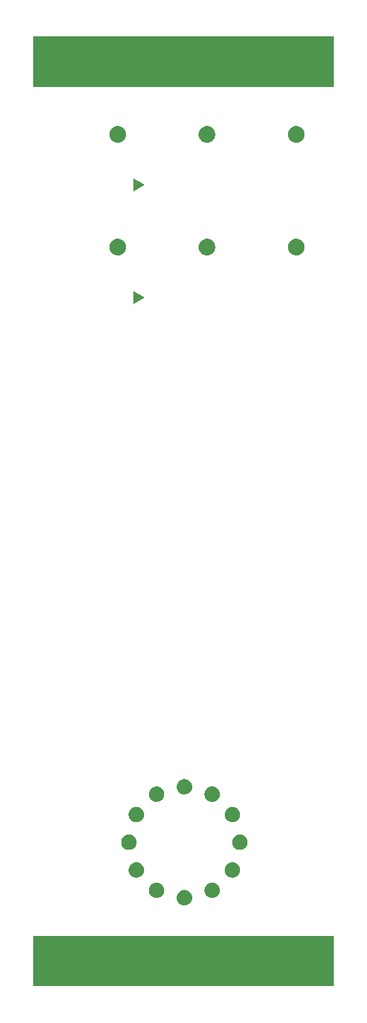
<source format=gbs>
G04 Layer: BottomSolderMaskLayer*
G04 EasyEDA v6.5.29, 2023-07-18 11:26:45*
G04 f5dd1875718348fc98e1e87d03b919b8,5a6b42c53f6a479593ecc07194224c93,10*
G04 Gerber Generator version 0.2*
G04 Scale: 100 percent, Rotated: No, Reflected: No *
G04 Dimensions in millimeters *
G04 leading zeros omitted , absolute positions ,4 integer and 5 decimal *
%FSLAX45Y45*%
%MOMM*%

%ADD10O,6.6032126X3.4031936000000003*%

%LPD*%
G36*
X1140561Y10107574D02*
G01*
X1130909Y10106964D01*
X1121308Y10105491D01*
X1111859Y10103205D01*
X1102664Y10100157D01*
X1093774Y10096296D01*
X1085240Y10091674D01*
X1077163Y10086340D01*
X1073251Y10083444D01*
X1065936Y10077094D01*
X1062431Y10073741D01*
X1055979Y10066528D01*
X1050137Y10058755D01*
X1045006Y10050526D01*
X1042669Y10046258D01*
X1038656Y10037470D01*
X1035354Y10028326D01*
X1032916Y10018979D01*
X1031240Y10009428D01*
X1030427Y9999726D01*
X1030427Y9990074D01*
X1031240Y9980371D01*
X1032916Y9970820D01*
X1035354Y9961473D01*
X1038656Y9952329D01*
X1042669Y9943541D01*
X1047496Y9935108D01*
X1052982Y9927082D01*
X1059129Y9919614D01*
X1065936Y9912654D01*
X1073251Y9906355D01*
X1081125Y9900666D01*
X1089456Y9895738D01*
X1098194Y9891471D01*
X1107236Y9888016D01*
X1116584Y9885324D01*
X1126083Y9883495D01*
X1135735Y9882428D01*
X1145438Y9882225D01*
X1155090Y9882835D01*
X1164691Y9884308D01*
X1174140Y9886594D01*
X1183335Y9889642D01*
X1192225Y9893503D01*
X1200759Y9898126D01*
X1204874Y9900666D01*
X1212748Y9906355D01*
X1220063Y9912654D01*
X1226870Y9919614D01*
X1233017Y9927082D01*
X1238504Y9935108D01*
X1243330Y9943541D01*
X1247343Y9952329D01*
X1250645Y9961473D01*
X1253083Y9970820D01*
X1254760Y9980371D01*
X1255572Y9990074D01*
X1255572Y9999726D01*
X1254760Y10009428D01*
X1253083Y10018979D01*
X1250645Y10028326D01*
X1247343Y10037470D01*
X1243330Y10046258D01*
X1238504Y10054691D01*
X1233017Y10062718D01*
X1226870Y10070185D01*
X1223568Y10073741D01*
X1216456Y10080345D01*
X1212748Y10083444D01*
X1204874Y10089083D01*
X1196543Y10094061D01*
X1187805Y10098328D01*
X1178763Y10101783D01*
X1169416Y10104475D01*
X1159916Y10106304D01*
X1150264Y10107371D01*
G37*
G36*
X2347061Y10107574D02*
G01*
X2337409Y10106964D01*
X2327808Y10105491D01*
X2318359Y10103205D01*
X2309164Y10100157D01*
X2300274Y10096296D01*
X2291740Y10091674D01*
X2283663Y10086340D01*
X2279751Y10083444D01*
X2272436Y10077094D01*
X2268931Y10073741D01*
X2262479Y10066528D01*
X2256637Y10058755D01*
X2251506Y10050526D01*
X2249170Y10046258D01*
X2245156Y10037470D01*
X2241854Y10028326D01*
X2239416Y10018979D01*
X2237740Y10009428D01*
X2236927Y9999726D01*
X2236927Y9990074D01*
X2237740Y9980371D01*
X2239416Y9970820D01*
X2241854Y9961473D01*
X2245156Y9952329D01*
X2249170Y9943541D01*
X2253996Y9935108D01*
X2259482Y9927082D01*
X2265629Y9919614D01*
X2272436Y9912654D01*
X2279751Y9906355D01*
X2287625Y9900666D01*
X2295956Y9895738D01*
X2304694Y9891471D01*
X2313736Y9888016D01*
X2323084Y9885324D01*
X2332583Y9883495D01*
X2342235Y9882428D01*
X2351938Y9882225D01*
X2361590Y9882835D01*
X2371191Y9884308D01*
X2380640Y9886594D01*
X2389835Y9889642D01*
X2398725Y9893503D01*
X2407259Y9898126D01*
X2411374Y9900666D01*
X2419248Y9906355D01*
X2426563Y9912654D01*
X2433370Y9919614D01*
X2439517Y9927082D01*
X2445004Y9935108D01*
X2449830Y9943541D01*
X2453843Y9952329D01*
X2457145Y9961473D01*
X2459583Y9970820D01*
X2461260Y9980371D01*
X2462072Y9990074D01*
X2462072Y9999726D01*
X2461260Y10009428D01*
X2459583Y10018979D01*
X2457145Y10028326D01*
X2453843Y10037470D01*
X2449830Y10046258D01*
X2445004Y10054691D01*
X2439517Y10062718D01*
X2433370Y10070185D01*
X2430068Y10073741D01*
X2422956Y10080345D01*
X2419248Y10083444D01*
X2411374Y10089083D01*
X2403043Y10094061D01*
X2394305Y10098328D01*
X2385263Y10101783D01*
X2375916Y10104475D01*
X2366416Y10106304D01*
X2356764Y10107371D01*
G37*
G36*
X3553561Y10107574D02*
G01*
X3543909Y10106964D01*
X3534308Y10105491D01*
X3524859Y10103205D01*
X3515664Y10100157D01*
X3506774Y10096296D01*
X3498240Y10091674D01*
X3490163Y10086340D01*
X3486251Y10083444D01*
X3478936Y10077094D01*
X3475431Y10073741D01*
X3468979Y10066528D01*
X3463137Y10058755D01*
X3458006Y10050526D01*
X3455670Y10046258D01*
X3451656Y10037470D01*
X3448354Y10028326D01*
X3445916Y10018979D01*
X3444240Y10009428D01*
X3443427Y9999726D01*
X3443427Y9990074D01*
X3444240Y9980371D01*
X3445916Y9970820D01*
X3448354Y9961473D01*
X3451656Y9952329D01*
X3455670Y9943541D01*
X3460496Y9935108D01*
X3465982Y9927082D01*
X3472129Y9919614D01*
X3478936Y9912654D01*
X3486251Y9906355D01*
X3494125Y9900666D01*
X3502456Y9895738D01*
X3511194Y9891471D01*
X3520236Y9888016D01*
X3529584Y9885324D01*
X3539083Y9883495D01*
X3548735Y9882428D01*
X3558438Y9882225D01*
X3568090Y9882835D01*
X3577691Y9884308D01*
X3587140Y9886594D01*
X3596335Y9889642D01*
X3605225Y9893503D01*
X3613759Y9898126D01*
X3617874Y9900666D01*
X3625748Y9906355D01*
X3633063Y9912654D01*
X3639870Y9919614D01*
X3646017Y9927082D01*
X3651504Y9935108D01*
X3656329Y9943541D01*
X3660343Y9952329D01*
X3663645Y9961473D01*
X3666083Y9970820D01*
X3667760Y9980371D01*
X3668572Y9990074D01*
X3668572Y9999726D01*
X3667760Y10009428D01*
X3666083Y10018979D01*
X3663645Y10028326D01*
X3660343Y10037470D01*
X3656329Y10046258D01*
X3651504Y10054691D01*
X3646017Y10062718D01*
X3639870Y10070185D01*
X3636568Y10073741D01*
X3629456Y10080345D01*
X3625748Y10083444D01*
X3617874Y10089083D01*
X3609543Y10094061D01*
X3600805Y10098328D01*
X3591763Y10101783D01*
X3582415Y10104475D01*
X3572916Y10106304D01*
X3563264Y10107371D01*
G37*
G36*
X1140561Y11631574D02*
G01*
X1130909Y11630964D01*
X1121308Y11629491D01*
X1111859Y11627205D01*
X1102664Y11624157D01*
X1093774Y11620296D01*
X1085240Y11615674D01*
X1077163Y11610340D01*
X1073251Y11607444D01*
X1065936Y11601094D01*
X1062431Y11597741D01*
X1055979Y11590528D01*
X1050137Y11582755D01*
X1045006Y11574526D01*
X1042669Y11570258D01*
X1038656Y11561470D01*
X1035354Y11552326D01*
X1032916Y11542979D01*
X1031240Y11533428D01*
X1030427Y11523726D01*
X1030427Y11514074D01*
X1031240Y11504371D01*
X1032916Y11494820D01*
X1035354Y11485473D01*
X1038656Y11476329D01*
X1042669Y11467541D01*
X1047496Y11459108D01*
X1052982Y11451082D01*
X1059129Y11443614D01*
X1065936Y11436654D01*
X1073251Y11430355D01*
X1081125Y11424666D01*
X1089456Y11419738D01*
X1098194Y11415471D01*
X1107236Y11412016D01*
X1116584Y11409324D01*
X1126083Y11407495D01*
X1135735Y11406428D01*
X1145438Y11406225D01*
X1155090Y11406835D01*
X1164691Y11408308D01*
X1174140Y11410594D01*
X1183335Y11413642D01*
X1192225Y11417503D01*
X1200759Y11422126D01*
X1204874Y11424666D01*
X1212748Y11430355D01*
X1220063Y11436654D01*
X1226870Y11443614D01*
X1233017Y11451082D01*
X1238504Y11459108D01*
X1243330Y11467541D01*
X1247343Y11476329D01*
X1250645Y11485473D01*
X1253083Y11494820D01*
X1254760Y11504371D01*
X1255572Y11514074D01*
X1255572Y11523726D01*
X1254760Y11533428D01*
X1253083Y11542979D01*
X1250645Y11552326D01*
X1247343Y11561470D01*
X1243330Y11570258D01*
X1238504Y11578691D01*
X1233017Y11586718D01*
X1226870Y11594185D01*
X1223568Y11597741D01*
X1216456Y11604345D01*
X1212748Y11607444D01*
X1204874Y11613083D01*
X1196543Y11618061D01*
X1187805Y11622328D01*
X1178763Y11625783D01*
X1169416Y11628475D01*
X1159916Y11630304D01*
X1150264Y11631371D01*
G37*
G36*
X2347061Y11631574D02*
G01*
X2337409Y11630964D01*
X2327808Y11629491D01*
X2318359Y11627205D01*
X2309164Y11624157D01*
X2300274Y11620296D01*
X2291740Y11615674D01*
X2283663Y11610340D01*
X2279751Y11607444D01*
X2272436Y11601094D01*
X2268931Y11597741D01*
X2262479Y11590528D01*
X2256637Y11582755D01*
X2251506Y11574526D01*
X2249170Y11570258D01*
X2245156Y11561470D01*
X2241854Y11552326D01*
X2239416Y11542979D01*
X2237740Y11533428D01*
X2236927Y11523726D01*
X2236927Y11514074D01*
X2237740Y11504371D01*
X2239416Y11494820D01*
X2241854Y11485473D01*
X2245156Y11476329D01*
X2249170Y11467541D01*
X2253996Y11459108D01*
X2259482Y11451082D01*
X2265629Y11443614D01*
X2272436Y11436654D01*
X2279751Y11430355D01*
X2287625Y11424666D01*
X2295956Y11419738D01*
X2304694Y11415471D01*
X2313736Y11412016D01*
X2323084Y11409324D01*
X2332583Y11407495D01*
X2342235Y11406428D01*
X2351938Y11406225D01*
X2361590Y11406835D01*
X2371191Y11408308D01*
X2380640Y11410594D01*
X2389835Y11413642D01*
X2398725Y11417503D01*
X2407259Y11422126D01*
X2411374Y11424666D01*
X2419248Y11430355D01*
X2426563Y11436654D01*
X2433370Y11443614D01*
X2439517Y11451082D01*
X2445004Y11459108D01*
X2449830Y11467541D01*
X2453843Y11476329D01*
X2457145Y11485473D01*
X2459583Y11494820D01*
X2461260Y11504371D01*
X2462072Y11514074D01*
X2462072Y11523726D01*
X2461260Y11533428D01*
X2459583Y11542979D01*
X2457145Y11552326D01*
X2453843Y11561470D01*
X2449830Y11570258D01*
X2445004Y11578691D01*
X2439517Y11586718D01*
X2433370Y11594185D01*
X2430068Y11597741D01*
X2422956Y11604345D01*
X2419248Y11607444D01*
X2411374Y11613083D01*
X2403043Y11618061D01*
X2394305Y11622328D01*
X2385263Y11625783D01*
X2375916Y11628475D01*
X2366416Y11630304D01*
X2356764Y11631371D01*
G37*
G36*
X3553561Y11631574D02*
G01*
X3543909Y11630964D01*
X3534308Y11629491D01*
X3524859Y11627205D01*
X3515664Y11624157D01*
X3506774Y11620296D01*
X3498240Y11615674D01*
X3490163Y11610340D01*
X3486251Y11607444D01*
X3478936Y11601094D01*
X3475431Y11597741D01*
X3468979Y11590528D01*
X3463137Y11582755D01*
X3458006Y11574526D01*
X3455670Y11570258D01*
X3451656Y11561470D01*
X3448354Y11552326D01*
X3445916Y11542979D01*
X3444240Y11533428D01*
X3443427Y11523726D01*
X3443427Y11514074D01*
X3444240Y11504371D01*
X3445916Y11494820D01*
X3448354Y11485473D01*
X3451656Y11476329D01*
X3455670Y11467541D01*
X3460496Y11459108D01*
X3465982Y11451082D01*
X3472129Y11443614D01*
X3478936Y11436654D01*
X3486251Y11430355D01*
X3494125Y11424666D01*
X3502456Y11419738D01*
X3511194Y11415471D01*
X3520236Y11412016D01*
X3529584Y11409324D01*
X3539083Y11407495D01*
X3548735Y11406428D01*
X3558438Y11406225D01*
X3568090Y11406835D01*
X3577691Y11408308D01*
X3587140Y11410594D01*
X3596335Y11413642D01*
X3605225Y11417503D01*
X3613759Y11422126D01*
X3617874Y11424666D01*
X3625748Y11430355D01*
X3633063Y11436654D01*
X3639870Y11443614D01*
X3646017Y11451082D01*
X3651504Y11459108D01*
X3656329Y11467541D01*
X3660343Y11476329D01*
X3663645Y11485473D01*
X3666083Y11494820D01*
X3667760Y11504371D01*
X3668572Y11514074D01*
X3668572Y11523726D01*
X3667760Y11533428D01*
X3666083Y11542979D01*
X3663645Y11552326D01*
X3660343Y11561470D01*
X3656329Y11570258D01*
X3651504Y11578691D01*
X3646017Y11586718D01*
X3639870Y11594185D01*
X3636568Y11597741D01*
X3629456Y11604345D01*
X3625748Y11607444D01*
X3617874Y11613083D01*
X3609543Y11618061D01*
X3600805Y11622328D01*
X3591763Y11625783D01*
X3582415Y11628475D01*
X3572916Y11630304D01*
X3563264Y11631371D01*
G37*
G36*
X1358900Y9398000D02*
G01*
X1358900Y9220200D01*
X1511300Y9309100D01*
G37*
G36*
X1358900Y10922000D02*
G01*
X1358900Y10744200D01*
X1511300Y10833100D01*
G37*
G36*
X2691384Y1675384D02*
G01*
X2682189Y1674774D01*
X2673096Y1673352D01*
X2664104Y1671116D01*
X2659735Y1669745D01*
X2651150Y1666341D01*
X2642920Y1662226D01*
X2635046Y1657350D01*
X2627680Y1651812D01*
X2620772Y1645666D01*
X2614472Y1638960D01*
X2608783Y1631696D01*
X2603804Y1623923D01*
X2601518Y1619910D01*
X2597607Y1611579D01*
X2594406Y1602943D01*
X2591968Y1594002D01*
X2590342Y1584960D01*
X2589530Y1575765D01*
X2589530Y1566519D01*
X2590342Y1557324D01*
X2591968Y1548231D01*
X2594406Y1539341D01*
X2595880Y1534972D01*
X2599486Y1526489D01*
X2603804Y1518310D01*
X2608783Y1510588D01*
X2614472Y1503324D01*
X2620772Y1496568D01*
X2627680Y1490421D01*
X2635046Y1484934D01*
X2642920Y1480058D01*
X2651150Y1475943D01*
X2659735Y1472539D01*
X2664104Y1471117D01*
X2673096Y1468932D01*
X2682189Y1467510D01*
X2691384Y1466900D01*
X2700629Y1467104D01*
X2709773Y1468120D01*
X2718816Y1469948D01*
X2723286Y1471117D01*
X2732024Y1474165D01*
X2740406Y1477924D01*
X2748483Y1482394D01*
X2756103Y1487576D01*
X2763266Y1493418D01*
X2769870Y1499870D01*
X2775864Y1506880D01*
X2781198Y1514398D01*
X2785872Y1522374D01*
X2789834Y1530705D01*
X2793034Y1539341D01*
X2794355Y1543761D01*
X2796336Y1552752D01*
X2797556Y1561896D01*
X2798013Y1571142D01*
X2797556Y1580337D01*
X2796336Y1589481D01*
X2794355Y1598472D01*
X2791510Y1607261D01*
X2787954Y1615795D01*
X2783636Y1623923D01*
X2778607Y1631696D01*
X2772918Y1638960D01*
X2766618Y1645666D01*
X2759760Y1651812D01*
X2752344Y1657350D01*
X2744520Y1662226D01*
X2736240Y1666341D01*
X2727706Y1669745D01*
X2718816Y1672336D01*
X2709773Y1674164D01*
X2700629Y1675180D01*
G37*
G36*
X2416860Y1400860D02*
G01*
X2407666Y1400251D01*
X2398572Y1398828D01*
X2389581Y1396593D01*
X2385212Y1395222D01*
X2376627Y1391818D01*
X2368397Y1387703D01*
X2360523Y1382826D01*
X2353157Y1377340D01*
X2346248Y1371142D01*
X2339949Y1364437D01*
X2334260Y1357172D01*
X2329281Y1349400D01*
X2326995Y1345387D01*
X2323084Y1337056D01*
X2321356Y1332788D01*
X2318562Y1324000D01*
X2316530Y1314958D01*
X2315311Y1305814D01*
X2314905Y1296619D01*
X2315311Y1287424D01*
X2316530Y1278280D01*
X2318562Y1269238D01*
X2321356Y1260449D01*
X2324963Y1251966D01*
X2329281Y1243787D01*
X2334260Y1236065D01*
X2339949Y1228801D01*
X2346248Y1222044D01*
X2353157Y1215898D01*
X2360523Y1210411D01*
X2368397Y1205534D01*
X2376627Y1201420D01*
X2385212Y1198016D01*
X2389581Y1196594D01*
X2398572Y1194409D01*
X2407666Y1192987D01*
X2416860Y1192377D01*
X2426106Y1192580D01*
X2435250Y1193596D01*
X2444292Y1195425D01*
X2448763Y1196594D01*
X2457500Y1199642D01*
X2465933Y1203401D01*
X2473960Y1207871D01*
X2481580Y1213053D01*
X2488742Y1218895D01*
X2495346Y1225346D01*
X2501341Y1232357D01*
X2506675Y1239875D01*
X2511348Y1247851D01*
X2515311Y1256182D01*
X2518511Y1264818D01*
X2520950Y1273708D01*
X2522575Y1282801D01*
X2523388Y1291996D01*
X2523388Y1301242D01*
X2522575Y1310436D01*
X2520950Y1319479D01*
X2518511Y1328420D01*
X2515311Y1337056D01*
X2511348Y1345387D01*
X2506675Y1353362D01*
X2501341Y1360881D01*
X2495346Y1367891D01*
X2488742Y1374343D01*
X2481580Y1380185D01*
X2473960Y1385366D01*
X2465933Y1389837D01*
X2457500Y1393596D01*
X2453182Y1395222D01*
X2444292Y1397812D01*
X2435250Y1399641D01*
X2426106Y1400657D01*
G37*
G36*
X2041855Y1300378D02*
G01*
X2032660Y1299768D01*
X2023567Y1298346D01*
X2014626Y1296111D01*
X2010206Y1294739D01*
X2001621Y1291336D01*
X1993392Y1287221D01*
X1985518Y1282344D01*
X1978152Y1276858D01*
X1971243Y1270660D01*
X1964943Y1263954D01*
X1959305Y1256690D01*
X1956663Y1252880D01*
X1951989Y1244904D01*
X1948078Y1236573D01*
X1946351Y1232306D01*
X1943557Y1223518D01*
X1941525Y1214475D01*
X1940306Y1205331D01*
X1939899Y1196136D01*
X1940306Y1186942D01*
X1941525Y1177798D01*
X1943557Y1168755D01*
X1946351Y1159967D01*
X1949957Y1151483D01*
X1954275Y1143304D01*
X1956663Y1139393D01*
X1962048Y1131874D01*
X1968042Y1124864D01*
X1974646Y1118412D01*
X1981758Y1112570D01*
X1989429Y1107389D01*
X1997456Y1102918D01*
X2005888Y1099159D01*
X2014626Y1096111D01*
X2023567Y1093927D01*
X2032660Y1092504D01*
X2041855Y1091895D01*
X2051100Y1092098D01*
X2060295Y1093114D01*
X2069338Y1094943D01*
X2078177Y1097534D01*
X2086762Y1100937D01*
X2094992Y1105052D01*
X2102815Y1109929D01*
X2110232Y1115415D01*
X2117090Y1121562D01*
X2123389Y1128318D01*
X2129078Y1135583D01*
X2134108Y1143304D01*
X2138426Y1151483D01*
X2141982Y1159967D01*
X2144826Y1168755D01*
X2146858Y1177798D01*
X2148078Y1186942D01*
X2148484Y1196136D01*
X2148078Y1205331D01*
X2146858Y1214475D01*
X2144826Y1223518D01*
X2141982Y1232306D01*
X2138426Y1240790D01*
X2134108Y1248918D01*
X2129078Y1256690D01*
X2123389Y1263954D01*
X2120341Y1267409D01*
X2113737Y1273860D01*
X2106574Y1279702D01*
X2098954Y1284884D01*
X2090928Y1289354D01*
X2082495Y1293114D01*
X2078177Y1294739D01*
X2069338Y1297330D01*
X2060295Y1299159D01*
X2051100Y1300175D01*
G37*
G36*
X1666900Y1400860D02*
G01*
X1657654Y1400251D01*
X1648561Y1398828D01*
X1639620Y1396593D01*
X1635201Y1395222D01*
X1626616Y1391818D01*
X1618386Y1387703D01*
X1610512Y1382826D01*
X1603146Y1377340D01*
X1596288Y1371142D01*
X1593037Y1367891D01*
X1587042Y1360881D01*
X1581708Y1353362D01*
X1577035Y1345387D01*
X1573072Y1337056D01*
X1569872Y1328420D01*
X1567434Y1319479D01*
X1565808Y1310436D01*
X1564995Y1301242D01*
X1564995Y1291996D01*
X1565808Y1282801D01*
X1567434Y1273708D01*
X1569872Y1264818D01*
X1573072Y1256182D01*
X1577035Y1247851D01*
X1581708Y1239875D01*
X1587042Y1232357D01*
X1593037Y1225346D01*
X1599641Y1218895D01*
X1606804Y1213053D01*
X1614424Y1207871D01*
X1622450Y1203401D01*
X1630883Y1199642D01*
X1639620Y1196594D01*
X1648561Y1194409D01*
X1657654Y1192987D01*
X1666900Y1192377D01*
X1676095Y1192580D01*
X1685289Y1193596D01*
X1694332Y1195425D01*
X1703171Y1198016D01*
X1711756Y1201420D01*
X1719986Y1205534D01*
X1727860Y1210411D01*
X1735226Y1215898D01*
X1742084Y1222044D01*
X1748434Y1228801D01*
X1754073Y1236065D01*
X1759102Y1243787D01*
X1763420Y1251966D01*
X1767027Y1260449D01*
X1769821Y1269238D01*
X1771853Y1278280D01*
X1773072Y1287424D01*
X1773478Y1296619D01*
X1773072Y1305814D01*
X1771853Y1314958D01*
X1769821Y1324000D01*
X1767027Y1332788D01*
X1763420Y1341272D01*
X1759102Y1349400D01*
X1754073Y1357172D01*
X1748434Y1364437D01*
X1742084Y1371142D01*
X1735226Y1377340D01*
X1727860Y1382826D01*
X1719986Y1387703D01*
X1711756Y1391818D01*
X1703171Y1395222D01*
X1694332Y1397812D01*
X1685289Y1399641D01*
X1676095Y1400657D01*
G37*
G36*
X1392377Y1675384D02*
G01*
X1383131Y1674774D01*
X1374038Y1673352D01*
X1365097Y1671116D01*
X1360678Y1669745D01*
X1352092Y1666341D01*
X1343863Y1662226D01*
X1336040Y1657350D01*
X1328623Y1651812D01*
X1321765Y1645666D01*
X1315466Y1638960D01*
X1309776Y1631696D01*
X1304747Y1623923D01*
X1300429Y1615795D01*
X1296873Y1607261D01*
X1294028Y1598472D01*
X1291996Y1589481D01*
X1290777Y1580337D01*
X1290370Y1571142D01*
X1290777Y1561896D01*
X1291996Y1552752D01*
X1294028Y1543761D01*
X1296873Y1534972D01*
X1300429Y1526489D01*
X1304747Y1518310D01*
X1309776Y1510588D01*
X1315466Y1503324D01*
X1321765Y1496568D01*
X1328623Y1490421D01*
X1336040Y1484934D01*
X1343863Y1480058D01*
X1352092Y1475943D01*
X1360678Y1472539D01*
X1369517Y1469948D01*
X1378559Y1468120D01*
X1387754Y1467104D01*
X1397000Y1466900D01*
X1406194Y1467510D01*
X1415288Y1468932D01*
X1424228Y1471117D01*
X1432966Y1474165D01*
X1441399Y1477924D01*
X1449425Y1482394D01*
X1457096Y1487576D01*
X1464208Y1493418D01*
X1470812Y1499870D01*
X1476806Y1506880D01*
X1482191Y1514398D01*
X1486865Y1522374D01*
X1490776Y1530705D01*
X1492504Y1534972D01*
X1495298Y1543761D01*
X1497330Y1552752D01*
X1498549Y1561896D01*
X1498955Y1571142D01*
X1498549Y1580337D01*
X1497330Y1589481D01*
X1495298Y1598472D01*
X1492504Y1607261D01*
X1488897Y1615795D01*
X1486865Y1619910D01*
X1482191Y1627886D01*
X1476806Y1635353D01*
X1473911Y1638960D01*
X1467612Y1645666D01*
X1460703Y1651812D01*
X1453337Y1657350D01*
X1445463Y1662226D01*
X1437233Y1666341D01*
X1428648Y1669745D01*
X1419809Y1672336D01*
X1410766Y1674164D01*
X1401572Y1675180D01*
G37*
G36*
X1291894Y2050389D02*
G01*
X1282700Y2049780D01*
X1273556Y2048357D01*
X1264615Y2046122D01*
X1255877Y2043125D01*
X1247444Y2039366D01*
X1239418Y2034844D01*
X1231798Y2029663D01*
X1224635Y2023821D01*
X1218031Y2017369D01*
X1212037Y2010359D01*
X1206703Y2002840D01*
X1202029Y1994916D01*
X1198067Y1986584D01*
X1194866Y1977898D01*
X1192428Y1969007D01*
X1190802Y1959914D01*
X1189990Y1950770D01*
X1189990Y1941525D01*
X1190802Y1932330D01*
X1192428Y1923237D01*
X1194866Y1914347D01*
X1198067Y1905711D01*
X1202029Y1897380D01*
X1206703Y1889404D01*
X1212037Y1881886D01*
X1218031Y1874875D01*
X1224635Y1868424D01*
X1231798Y1862582D01*
X1239418Y1857400D01*
X1247444Y1852879D01*
X1255877Y1849120D01*
X1264615Y1846122D01*
X1273556Y1843887D01*
X1282700Y1842465D01*
X1291894Y1841855D01*
X1301089Y1842058D01*
X1310284Y1843074D01*
X1319326Y1844903D01*
X1328166Y1847545D01*
X1332484Y1849120D01*
X1340916Y1852879D01*
X1348994Y1857400D01*
X1356614Y1862582D01*
X1363726Y1868424D01*
X1370330Y1874875D01*
X1376324Y1881886D01*
X1381709Y1889404D01*
X1386382Y1897380D01*
X1390294Y1905711D01*
X1392021Y1909978D01*
X1394815Y1918766D01*
X1396847Y1927758D01*
X1398066Y1936902D01*
X1398473Y1946148D01*
X1398066Y1955342D01*
X1396847Y1964486D01*
X1394815Y1973478D01*
X1392021Y1982266D01*
X1388414Y1990801D01*
X1386382Y1994916D01*
X1381709Y2002840D01*
X1379118Y2006701D01*
X1373428Y2013966D01*
X1367129Y2020671D01*
X1360220Y2026818D01*
X1352854Y2032355D01*
X1344980Y2037181D01*
X1336751Y2041347D01*
X1328166Y2044700D01*
X1319326Y2047341D01*
X1310284Y2049170D01*
X1301089Y2050186D01*
G37*
G36*
X1392377Y2425395D02*
G01*
X1383131Y2424785D01*
X1374038Y2423363D01*
X1365097Y2421128D01*
X1356360Y2418130D01*
X1347927Y2414371D01*
X1339900Y2409850D01*
X1332280Y2404668D01*
X1325118Y2398826D01*
X1318514Y2392375D01*
X1312519Y2385364D01*
X1307185Y2377846D01*
X1302512Y2369921D01*
X1298549Y2361590D01*
X1295349Y2352903D01*
X1292910Y2344013D01*
X1291285Y2334920D01*
X1290472Y2325725D01*
X1290472Y2316530D01*
X1291285Y2307336D01*
X1292910Y2298242D01*
X1295349Y2289352D01*
X1298549Y2280716D01*
X1302512Y2272334D01*
X1307185Y2264410D01*
X1312519Y2256891D01*
X1318514Y2249881D01*
X1325118Y2243429D01*
X1332280Y2237587D01*
X1339900Y2232406D01*
X1347927Y2227884D01*
X1356360Y2224125D01*
X1365097Y2221128D01*
X1374038Y2218893D01*
X1383131Y2217470D01*
X1392377Y2216861D01*
X1401572Y2217064D01*
X1410766Y2218080D01*
X1419809Y2219909D01*
X1428648Y2222550D01*
X1432966Y2224125D01*
X1441399Y2227884D01*
X1449425Y2232406D01*
X1457096Y2237587D01*
X1464208Y2243429D01*
X1470812Y2249881D01*
X1476806Y2256891D01*
X1482191Y2264410D01*
X1486865Y2272334D01*
X1490776Y2280716D01*
X1492504Y2284984D01*
X1495298Y2293772D01*
X1497330Y2302764D01*
X1498549Y2311908D01*
X1498955Y2321153D01*
X1498549Y2330348D01*
X1497330Y2339492D01*
X1495298Y2348484D01*
X1492504Y2357272D01*
X1488897Y2365806D01*
X1486865Y2369921D01*
X1482191Y2377846D01*
X1476806Y2385364D01*
X1473911Y2388971D01*
X1467612Y2395677D01*
X1460703Y2401824D01*
X1453337Y2407361D01*
X1445463Y2412187D01*
X1437233Y2416352D01*
X1428648Y2419705D01*
X1419809Y2422347D01*
X1410766Y2424176D01*
X1401572Y2425192D01*
G37*
G36*
X1666900Y2699918D02*
G01*
X1657654Y2699308D01*
X1648561Y2697886D01*
X1639620Y2695651D01*
X1630883Y2692654D01*
X1622450Y2688894D01*
X1614424Y2684373D01*
X1610512Y2681884D01*
X1603146Y2676347D01*
X1596288Y2670200D01*
X1589989Y2663444D01*
X1584299Y2656179D01*
X1579270Y2648458D01*
X1574952Y2640279D01*
X1571396Y2631795D01*
X1568551Y2623007D01*
X1566519Y2614015D01*
X1565300Y2604871D01*
X1564894Y2595626D01*
X1564995Y2591054D01*
X1565808Y2581859D01*
X1567434Y2572766D01*
X1569872Y2563876D01*
X1573072Y2555189D01*
X1577035Y2546858D01*
X1581708Y2538933D01*
X1587042Y2531414D01*
X1593037Y2524404D01*
X1599641Y2517952D01*
X1606804Y2512110D01*
X1610512Y2509418D01*
X1618386Y2504592D01*
X1626616Y2500426D01*
X1635201Y2497074D01*
X1644040Y2494432D01*
X1653082Y2492603D01*
X1662277Y2491587D01*
X1671472Y2491384D01*
X1680718Y2491994D01*
X1689811Y2493416D01*
X1698752Y2495651D01*
X1707489Y2498648D01*
X1715922Y2502408D01*
X1723948Y2506929D01*
X1731619Y2512110D01*
X1738731Y2517952D01*
X1745335Y2524404D01*
X1751330Y2531414D01*
X1756664Y2538933D01*
X1761337Y2546858D01*
X1765300Y2555189D01*
X1767027Y2559507D01*
X1769821Y2568295D01*
X1771853Y2577287D01*
X1773072Y2586431D01*
X1773478Y2595676D01*
X1773377Y2600248D01*
X1772564Y2609443D01*
X1770938Y2618536D01*
X1768500Y2627426D01*
X1767027Y2631795D01*
X1763420Y2640279D01*
X1759102Y2648458D01*
X1754073Y2656179D01*
X1748434Y2663444D01*
X1742084Y2670200D01*
X1735226Y2676347D01*
X1727860Y2681884D01*
X1719986Y2686710D01*
X1711756Y2690876D01*
X1703171Y2694228D01*
X1694332Y2696870D01*
X1685289Y2698699D01*
X1676095Y2699715D01*
G37*
G36*
X2041855Y2800400D02*
G01*
X2032660Y2799791D01*
X2023567Y2798368D01*
X2014626Y2796133D01*
X2005888Y2793136D01*
X1997456Y2789377D01*
X1989429Y2784856D01*
X1981758Y2779674D01*
X1974646Y2773832D01*
X1968042Y2767380D01*
X1962048Y2760370D01*
X1956663Y2752852D01*
X1951989Y2744927D01*
X1948078Y2736596D01*
X1946351Y2732278D01*
X1943557Y2723489D01*
X1941525Y2714498D01*
X1940306Y2705354D01*
X1939899Y2696108D01*
X1940306Y2686913D01*
X1941525Y2677769D01*
X1943557Y2668778D01*
X1946351Y2659989D01*
X1949957Y2651455D01*
X1951989Y2647340D01*
X1956663Y2639415D01*
X1962048Y2631897D01*
X1968042Y2624886D01*
X1974646Y2618435D01*
X1981758Y2612593D01*
X1989429Y2607411D01*
X1997456Y2602890D01*
X2005888Y2599131D01*
X2014626Y2596134D01*
X2023567Y2593898D01*
X2032660Y2592476D01*
X2041855Y2591866D01*
X2051100Y2592070D01*
X2060295Y2593086D01*
X2069338Y2594914D01*
X2078177Y2597556D01*
X2086762Y2600909D01*
X2094992Y2605074D01*
X2102815Y2609900D01*
X2110232Y2615438D01*
X2117090Y2621584D01*
X2123389Y2628341D01*
X2129078Y2635605D01*
X2134108Y2643327D01*
X2138426Y2651455D01*
X2141982Y2659989D01*
X2144826Y2668778D01*
X2146858Y2677769D01*
X2148078Y2686913D01*
X2148484Y2696108D01*
X2148078Y2705354D01*
X2146858Y2714498D01*
X2144826Y2723489D01*
X2141982Y2732278D01*
X2138426Y2740761D01*
X2134108Y2748940D01*
X2129078Y2756662D01*
X2123389Y2763926D01*
X2117090Y2770682D01*
X2110232Y2776829D01*
X2102815Y2782366D01*
X2094992Y2787192D01*
X2086762Y2791358D01*
X2078177Y2794711D01*
X2069338Y2797352D01*
X2060295Y2799181D01*
X2051100Y2800197D01*
G37*
G36*
X2416860Y2699918D02*
G01*
X2407666Y2699308D01*
X2398572Y2697886D01*
X2389581Y2695651D01*
X2380894Y2692654D01*
X2372461Y2688894D01*
X2364384Y2684373D01*
X2356764Y2679192D01*
X2349652Y2673350D01*
X2343048Y2666898D01*
X2337054Y2659888D01*
X2331669Y2652369D01*
X2326995Y2644444D01*
X2323084Y2636113D01*
X2321356Y2631795D01*
X2318562Y2623007D01*
X2316530Y2614015D01*
X2315311Y2604871D01*
X2314905Y2595676D01*
X2315311Y2586431D01*
X2316530Y2577287D01*
X2318562Y2568295D01*
X2321356Y2559507D01*
X2324963Y2551023D01*
X2326995Y2546858D01*
X2331669Y2538933D01*
X2337054Y2531414D01*
X2343048Y2524404D01*
X2349652Y2517952D01*
X2356764Y2512110D01*
X2364384Y2506929D01*
X2372461Y2502408D01*
X2380894Y2498648D01*
X2389581Y2495651D01*
X2398572Y2493416D01*
X2407666Y2491994D01*
X2416860Y2491384D01*
X2426106Y2491587D01*
X2435250Y2492603D01*
X2444292Y2494432D01*
X2453182Y2497074D01*
X2461768Y2500426D01*
X2469997Y2504592D01*
X2477820Y2509418D01*
X2485237Y2514955D01*
X2492095Y2521102D01*
X2498394Y2527858D01*
X2504084Y2535123D01*
X2509113Y2542844D01*
X2513431Y2551023D01*
X2516987Y2559507D01*
X2519832Y2568295D01*
X2521864Y2577287D01*
X2523083Y2586431D01*
X2523490Y2595626D01*
X2523083Y2604871D01*
X2521864Y2614015D01*
X2519832Y2623007D01*
X2516987Y2631795D01*
X2513431Y2640279D01*
X2509113Y2648458D01*
X2504084Y2656179D01*
X2498394Y2663444D01*
X2492095Y2670200D01*
X2485237Y2676347D01*
X2477820Y2681884D01*
X2469997Y2686710D01*
X2461768Y2690876D01*
X2453182Y2694228D01*
X2444292Y2696870D01*
X2435250Y2698699D01*
X2426106Y2699715D01*
G37*
G36*
X2691384Y2425395D02*
G01*
X2682189Y2424785D01*
X2673096Y2423363D01*
X2664104Y2421128D01*
X2655417Y2418130D01*
X2646984Y2414371D01*
X2638907Y2409850D01*
X2631287Y2404668D01*
X2624175Y2398826D01*
X2617571Y2392375D01*
X2614472Y2388971D01*
X2608783Y2381656D01*
X2603804Y2373934D01*
X2601518Y2369921D01*
X2597607Y2361590D01*
X2595880Y2357272D01*
X2593086Y2348484D01*
X2591054Y2339492D01*
X2589834Y2330348D01*
X2589428Y2321153D01*
X2589834Y2311908D01*
X2591054Y2302764D01*
X2593086Y2293772D01*
X2595880Y2284984D01*
X2599486Y2276500D01*
X2601518Y2272334D01*
X2606192Y2264410D01*
X2611577Y2256891D01*
X2617571Y2249881D01*
X2624175Y2243429D01*
X2631287Y2237587D01*
X2638907Y2232406D01*
X2646984Y2227884D01*
X2655417Y2224125D01*
X2664104Y2221128D01*
X2673096Y2218893D01*
X2682189Y2217470D01*
X2691384Y2216861D01*
X2700629Y2217064D01*
X2709773Y2218080D01*
X2718816Y2219909D01*
X2727706Y2222550D01*
X2732024Y2224125D01*
X2740406Y2227884D01*
X2748483Y2232406D01*
X2756103Y2237587D01*
X2763266Y2243429D01*
X2769870Y2249881D01*
X2775864Y2256891D01*
X2781198Y2264410D01*
X2785872Y2272334D01*
X2789834Y2280716D01*
X2793034Y2289352D01*
X2794355Y2293772D01*
X2796336Y2302764D01*
X2797556Y2311908D01*
X2798013Y2321153D01*
X2797556Y2330348D01*
X2796336Y2339492D01*
X2794355Y2348484D01*
X2791510Y2357272D01*
X2787954Y2365806D01*
X2783636Y2373934D01*
X2778607Y2381656D01*
X2772918Y2388971D01*
X2766618Y2395677D01*
X2759760Y2401824D01*
X2752344Y2407361D01*
X2744520Y2412187D01*
X2736240Y2416352D01*
X2727706Y2419705D01*
X2718816Y2422347D01*
X2709773Y2424176D01*
X2700629Y2425192D01*
G37*
G36*
X2791866Y2050389D02*
G01*
X2782671Y2049780D01*
X2773578Y2048357D01*
X2764586Y2046122D01*
X2755900Y2043125D01*
X2747467Y2039366D01*
X2739390Y2034844D01*
X2731770Y2029663D01*
X2724658Y2023821D01*
X2718054Y2017369D01*
X2714955Y2013966D01*
X2709265Y2006701D01*
X2704236Y1998929D01*
X2699969Y1990801D01*
X2698038Y1986584D01*
X2694889Y1977898D01*
X2692450Y1969007D01*
X2690825Y1959914D01*
X2690012Y1950770D01*
X2690012Y1941525D01*
X2690825Y1932330D01*
X2692450Y1923237D01*
X2694889Y1914347D01*
X2698038Y1905711D01*
X2702001Y1897380D01*
X2706674Y1889404D01*
X2712059Y1881886D01*
X2718054Y1874875D01*
X2724658Y1868424D01*
X2731770Y1862582D01*
X2739390Y1857400D01*
X2747467Y1852879D01*
X2755900Y1849120D01*
X2764586Y1846122D01*
X2773578Y1843887D01*
X2782671Y1842465D01*
X2791866Y1841855D01*
X2801112Y1842058D01*
X2810256Y1843074D01*
X2819298Y1844903D01*
X2828137Y1847545D01*
X2832506Y1849120D01*
X2840888Y1852879D01*
X2848965Y1857400D01*
X2856585Y1862582D01*
X2863748Y1868424D01*
X2870352Y1874875D01*
X2876346Y1881886D01*
X2881680Y1889404D01*
X2886354Y1897380D01*
X2890316Y1905711D01*
X2893517Y1914347D01*
X2894838Y1918766D01*
X2896819Y1927758D01*
X2898038Y1936902D01*
X2898444Y1946148D01*
X2898038Y1955342D01*
X2896819Y1964486D01*
X2894838Y1973478D01*
X2891993Y1982266D01*
X2888437Y1990801D01*
X2884119Y1998929D01*
X2879090Y2006701D01*
X2873400Y2013966D01*
X2867101Y2020671D01*
X2860243Y2026818D01*
X2852826Y2032355D01*
X2845003Y2037181D01*
X2836722Y2041347D01*
X2828137Y2044700D01*
X2819298Y2047341D01*
X2810256Y2049170D01*
X2801112Y2050186D01*
G37*
D10*
G01*
X685800Y12573000D03*
G01*
X3378200Y330200D03*
G36*
X0Y12839700D02*
G01*
X4064000Y12839700D01*
X4064000Y12153900D01*
X0Y12153900D01*
G37*
G36*
X0Y673100D02*
G01*
X4064000Y673100D01*
X4064000Y0D01*
X0Y0D01*
G37*
M02*

</source>
